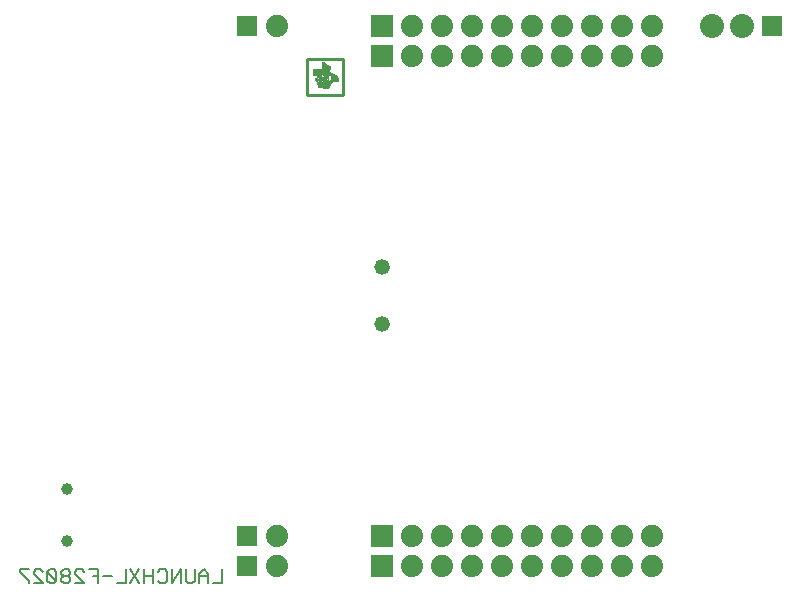
<source format=gbs>
G75*
G70*
%OFA0B0*%
%FSLAX24Y24*%
%IPPOS*%
%LPD*%
%AMOC8*
5,1,8,0,0,1.08239X$1,22.5*
%
%ADD10C,0.0100*%
%ADD11C,0.0050*%
%ADD12C,0.0390*%
%ADD13C,0.0520*%
%ADD14R,0.0700X0.0700*%
%ADD15C,0.0740*%
%ADD16C,0.0800*%
%ADD17R,0.0740X0.0740*%
%ADD18C,0.0010*%
D10*
X021953Y029883D02*
X021953Y031083D01*
X023153Y031083D01*
X023153Y029883D01*
X021953Y029883D01*
D11*
X012683Y013683D02*
X012683Y013608D01*
X012683Y013683D02*
X012383Y013983D01*
X012383Y014058D01*
X012683Y014058D01*
X012844Y013983D02*
X012844Y013908D01*
X013144Y013608D01*
X012844Y013608D01*
X012844Y013983D02*
X012919Y014058D01*
X013069Y014058D01*
X013144Y013983D01*
X013304Y013983D02*
X013604Y013683D01*
X013529Y013608D01*
X013379Y013608D01*
X013304Y013683D01*
X013304Y013983D01*
X013379Y014058D01*
X013529Y014058D01*
X013604Y013983D01*
X013604Y013683D01*
X013764Y013683D02*
X013839Y013608D01*
X013989Y013608D01*
X014064Y013683D01*
X014064Y013758D01*
X013989Y013833D01*
X013839Y013833D01*
X013764Y013758D01*
X013764Y013683D01*
X013839Y013833D02*
X013764Y013908D01*
X013764Y013983D01*
X013839Y014058D01*
X013989Y014058D01*
X014064Y013983D01*
X014064Y013908D01*
X013989Y013833D01*
X014225Y013908D02*
X014225Y013983D01*
X014300Y014058D01*
X014450Y014058D01*
X014525Y013983D01*
X014685Y014058D02*
X014985Y014058D01*
X014985Y013608D01*
X014985Y013833D02*
X014835Y013833D01*
X015145Y013833D02*
X015446Y013833D01*
X015606Y013608D02*
X015906Y013608D01*
X015906Y014058D01*
X016066Y014058D02*
X016366Y013608D01*
X016526Y013608D02*
X016526Y014058D01*
X016366Y014058D02*
X016066Y013608D01*
X016526Y013833D02*
X016827Y013833D01*
X016987Y013683D02*
X017062Y013608D01*
X017212Y013608D01*
X017287Y013683D01*
X017287Y013983D01*
X017212Y014058D01*
X017062Y014058D01*
X016987Y013983D01*
X016827Y014058D02*
X016827Y013608D01*
X017447Y013608D02*
X017447Y014058D01*
X017747Y014058D02*
X017447Y013608D01*
X017747Y013608D02*
X017747Y014058D01*
X017907Y014058D02*
X017907Y013683D01*
X017983Y013608D01*
X018133Y013608D01*
X018208Y013683D01*
X018208Y014058D01*
X018368Y013908D02*
X018368Y013608D01*
X018368Y013833D02*
X018668Y013833D01*
X018668Y013908D02*
X018518Y014058D01*
X018368Y013908D01*
X018668Y013908D02*
X018668Y013608D01*
X018828Y013608D02*
X019128Y013608D01*
X019128Y014058D01*
X014525Y013608D02*
X014225Y013908D01*
X014225Y013608D02*
X014525Y013608D01*
D12*
X013953Y015017D03*
X013953Y016749D03*
D13*
X024453Y022233D03*
X024453Y024133D03*
D14*
X019953Y032183D03*
X037453Y032183D03*
X019953Y015183D03*
X019953Y014183D03*
D15*
X020953Y014183D03*
X020953Y015183D03*
X025453Y015183D03*
X026453Y015183D03*
X027453Y015183D03*
X028453Y015183D03*
X029453Y015183D03*
X030453Y015183D03*
X031453Y015183D03*
X032453Y015183D03*
X033453Y015183D03*
X033453Y014183D03*
X032453Y014183D03*
X031453Y014183D03*
X030453Y014183D03*
X029453Y014183D03*
X028453Y014183D03*
X027453Y014183D03*
X026453Y014183D03*
X025453Y014183D03*
X025453Y031183D03*
X025453Y032183D03*
X026453Y032183D03*
X026453Y031183D03*
X027453Y031183D03*
X027453Y032183D03*
X028453Y032183D03*
X028453Y031183D03*
X029453Y031183D03*
X029453Y032183D03*
X030453Y032183D03*
X030453Y031183D03*
X031453Y031183D03*
X031453Y032183D03*
X032453Y032183D03*
X032453Y031183D03*
X033453Y031183D03*
X033453Y032183D03*
X020953Y032183D03*
D16*
X035453Y032183D03*
X036453Y032183D03*
D17*
X024453Y032183D03*
X024453Y031183D03*
X024453Y015183D03*
X024453Y014183D03*
D18*
X022608Y030107D02*
X022574Y030103D01*
X022551Y030101D01*
X022532Y030102D01*
X022500Y030107D01*
X022497Y030109D01*
X022491Y030119D01*
X022483Y030129D01*
X022472Y030135D01*
X022454Y030144D01*
X022432Y030150D01*
X022392Y030154D01*
X022356Y030152D01*
X022335Y030149D01*
X022320Y030150D01*
X022317Y030157D01*
X022314Y030169D01*
X022311Y030188D01*
X022308Y030209D01*
X022304Y030246D01*
X022303Y030280D01*
X022304Y030320D01*
X022317Y030323D01*
X022347Y030329D01*
X022375Y030336D01*
X022392Y030340D01*
X022405Y030342D01*
X022405Y030272D01*
X022415Y030275D01*
X022500Y030295D01*
X022767Y030295D01*
X022763Y030291D02*
X022747Y030273D01*
X022734Y030254D01*
X022724Y030237D01*
X022715Y030222D01*
X022709Y030209D01*
X022696Y030186D01*
X022686Y030160D01*
X022679Y030145D01*
X022673Y030128D01*
X022669Y030119D01*
X022663Y030115D01*
X022651Y030113D01*
X022631Y030110D01*
X022608Y030107D01*
X022613Y030107D02*
X022499Y030107D01*
X022493Y030116D02*
X022664Y030116D01*
X022671Y030124D02*
X022487Y030124D01*
X022476Y030133D02*
X022675Y030133D01*
X022678Y030141D02*
X022460Y030141D01*
X022434Y030150D02*
X022681Y030150D01*
X022685Y030159D02*
X022316Y030159D01*
X022314Y030167D02*
X022689Y030167D01*
X022692Y030176D02*
X022313Y030176D01*
X022311Y030184D02*
X022695Y030184D01*
X022700Y030193D02*
X022310Y030193D01*
X022309Y030201D02*
X022704Y030201D01*
X022709Y030210D02*
X022308Y030210D01*
X022307Y030218D02*
X022713Y030218D01*
X022718Y030227D02*
X022306Y030227D01*
X022305Y030235D02*
X022723Y030235D01*
X022728Y030244D02*
X022305Y030244D01*
X022304Y030253D02*
X022733Y030253D01*
X022738Y030261D02*
X022304Y030261D01*
X022304Y030270D02*
X022745Y030270D01*
X022751Y030278D02*
X022428Y030278D01*
X022405Y030278D02*
X022303Y030278D01*
X022303Y030287D02*
X022405Y030287D01*
X022405Y030295D02*
X022303Y030295D01*
X022304Y030304D02*
X022405Y030304D01*
X022405Y030312D02*
X022304Y030312D01*
X022307Y030321D02*
X022405Y030321D01*
X022405Y030329D02*
X022348Y030329D01*
X022339Y030365D02*
X022341Y030452D01*
X022340Y030452D01*
X022651Y030520D01*
X022651Y030435D01*
X022339Y030365D01*
X022340Y030372D02*
X022371Y030372D01*
X022340Y030381D02*
X022409Y030381D01*
X022447Y030389D02*
X022340Y030389D01*
X022340Y030398D02*
X022485Y030398D01*
X022500Y030364D02*
X022625Y030391D01*
X022651Y030392D01*
X022654Y030388D01*
X022657Y030382D01*
X022656Y030355D01*
X022500Y030355D01*
X022500Y030346D02*
X022655Y030346D01*
X022654Y030338D02*
X022500Y030338D01*
X022500Y030329D02*
X022805Y030329D01*
X022806Y030330D02*
X022791Y030318D01*
X022776Y030305D01*
X022763Y030291D01*
X022759Y030287D02*
X022465Y030287D01*
X022500Y030295D02*
X022500Y030364D01*
X022656Y030364D01*
X022656Y030372D02*
X022537Y030372D01*
X022523Y030406D02*
X022340Y030406D01*
X022340Y030415D02*
X022561Y030415D01*
X022577Y030381D02*
X022657Y030381D01*
X022653Y030389D02*
X022616Y030389D01*
X022599Y030423D02*
X022340Y030423D01*
X022340Y030432D02*
X022637Y030432D01*
X022651Y030440D02*
X022340Y030440D01*
X022341Y030449D02*
X022651Y030449D01*
X022651Y030458D02*
X022364Y030458D01*
X022345Y030492D02*
X022290Y030492D01*
X022289Y030500D02*
X022387Y030500D01*
X022405Y030504D02*
X022291Y030481D01*
X022289Y030502D01*
X022282Y030519D01*
X022276Y030531D01*
X022141Y030531D01*
X022141Y030747D01*
X022141Y030746D01*
X022250Y030747D01*
X022357Y030746D01*
X022465Y030746D01*
X022464Y030936D01*
X022547Y030936D01*
X022539Y030944D02*
X022555Y030928D01*
X022574Y030909D01*
X022587Y030896D01*
X022596Y030887D01*
X022607Y030877D01*
X022621Y030868D01*
X022645Y030858D01*
X022666Y030849D01*
X022686Y030840D01*
X022699Y030832D01*
X022718Y030817D01*
X022730Y030800D01*
X022734Y030793D01*
X022737Y030776D01*
X022734Y030756D01*
X022728Y030749D01*
X022722Y030742D01*
X022708Y030730D01*
X022686Y030708D01*
X022683Y030702D01*
X022680Y030682D01*
X022682Y030663D01*
X022692Y030649D01*
X022704Y030637D01*
X022141Y030637D01*
X022141Y030646D02*
X022695Y030646D01*
X022688Y030654D02*
X022141Y030654D01*
X022141Y030663D02*
X022682Y030663D01*
X022681Y030671D02*
X022141Y030671D01*
X022141Y030680D02*
X022680Y030680D01*
X022681Y030688D02*
X022141Y030688D01*
X022141Y030697D02*
X022682Y030697D01*
X022685Y030705D02*
X022141Y030705D01*
X022141Y030714D02*
X022692Y030714D01*
X022700Y030722D02*
X022141Y030722D01*
X022141Y030731D02*
X022709Y030731D01*
X022719Y030739D02*
X022141Y030739D01*
X022141Y030628D02*
X022719Y030628D01*
X022704Y030637D02*
X022743Y030615D01*
X022769Y030602D01*
X022791Y030593D01*
X022814Y030584D01*
X022840Y030570D01*
X022864Y030558D01*
X022893Y030539D01*
X022923Y030513D01*
X022942Y030491D01*
X022959Y030468D01*
X022968Y030451D01*
X022974Y030436D01*
X022977Y030420D01*
X022979Y030392D01*
X022977Y030373D01*
X022974Y030359D01*
X022971Y030350D01*
X022967Y030343D01*
X022962Y030342D01*
X022947Y030347D01*
X022947Y030346D02*
X022969Y030346D01*
X022973Y030355D02*
X022911Y030355D01*
X022903Y030356D02*
X022885Y030359D01*
X022871Y030357D01*
X022851Y030353D01*
X022835Y030347D01*
X022835Y030346D02*
X022690Y030346D01*
X022658Y030338D02*
X022819Y030338D01*
X022823Y030341D02*
X022806Y030330D01*
X022795Y030321D02*
X022500Y030321D01*
X022500Y030312D02*
X022784Y030312D01*
X022775Y030304D02*
X022500Y030304D01*
X022405Y030338D02*
X022384Y030338D01*
X022311Y030369D02*
X022314Y030378D01*
X022315Y030395D01*
X022314Y030410D01*
X022307Y030423D01*
X022301Y030429D01*
X022294Y030436D01*
X022285Y030439D01*
X022268Y030440D01*
X022253Y030439D01*
X022253Y030439D01*
X022240Y030433D01*
X022237Y030429D01*
X022234Y030426D01*
X022231Y030420D01*
X022225Y030410D01*
X022224Y030394D01*
X022224Y030375D01*
X022227Y030369D01*
X022234Y030362D01*
X022241Y030356D01*
X022244Y030353D01*
X022250Y030350D01*
X022260Y030346D01*
X022279Y030346D01*
X022291Y030349D01*
X022301Y030356D01*
X022311Y030369D01*
X022312Y030372D02*
X022226Y030372D01*
X022224Y030381D02*
X022314Y030381D01*
X022315Y030389D02*
X022224Y030389D01*
X022224Y030398D02*
X022315Y030398D01*
X022314Y030406D02*
X022225Y030406D01*
X022228Y030415D02*
X022311Y030415D01*
X022307Y030423D02*
X022233Y030423D01*
X022240Y030432D02*
X022298Y030432D01*
X022291Y030483D02*
X022304Y030483D01*
X022286Y030509D02*
X022405Y030509D01*
X022405Y030504D02*
X022405Y030574D01*
X022499Y030595D01*
X022500Y030527D01*
X022512Y030528D01*
X022555Y030538D01*
X022633Y030554D01*
X022650Y030557D01*
X022679Y030557D01*
X022701Y030554D01*
X022717Y030548D01*
X022729Y030538D01*
X022743Y030525D01*
X022753Y030507D01*
X022755Y030497D01*
X022759Y030465D01*
X022755Y030435D01*
X022748Y030403D01*
X022743Y030381D01*
X022737Y030362D01*
X022724Y030355D01*
X022654Y030337D01*
X022656Y030355D01*
X022723Y030355D02*
X022860Y030355D01*
X022835Y030347D02*
X022823Y030341D01*
X022903Y030356D02*
X022924Y030353D01*
X022947Y030347D01*
X022975Y030364D02*
X022738Y030364D01*
X022740Y030372D02*
X022977Y030372D01*
X022978Y030381D02*
X022743Y030381D01*
X022745Y030389D02*
X022979Y030389D01*
X022979Y030398D02*
X022747Y030398D01*
X022749Y030406D02*
X022978Y030406D01*
X022977Y030415D02*
X022751Y030415D01*
X022752Y030423D02*
X022976Y030423D01*
X022975Y030432D02*
X022754Y030432D01*
X022755Y030440D02*
X022972Y030440D01*
X022969Y030449D02*
X022756Y030449D01*
X022758Y030458D02*
X022964Y030458D01*
X022959Y030466D02*
X022758Y030466D01*
X022758Y030475D02*
X022953Y030475D01*
X022947Y030483D02*
X022757Y030483D01*
X022756Y030492D02*
X022941Y030492D01*
X022934Y030500D02*
X022754Y030500D01*
X022752Y030509D02*
X022926Y030509D01*
X022918Y030517D02*
X022747Y030517D01*
X022742Y030526D02*
X022908Y030526D01*
X022898Y030534D02*
X022733Y030534D01*
X022723Y030543D02*
X022886Y030543D01*
X022874Y030552D02*
X022708Y030552D01*
X022651Y030517D02*
X022638Y030517D01*
X022651Y030509D02*
X022599Y030509D01*
X022579Y030543D02*
X022500Y030543D01*
X022500Y030552D02*
X022620Y030552D01*
X022651Y030500D02*
X022560Y030500D01*
X022540Y030534D02*
X022500Y030534D01*
X022500Y030560D02*
X022860Y030560D01*
X022843Y030569D02*
X022500Y030569D01*
X022500Y030577D02*
X022827Y030577D01*
X022810Y030586D02*
X022499Y030586D01*
X022499Y030594D02*
X022788Y030594D01*
X022768Y030603D02*
X022141Y030603D01*
X022141Y030611D02*
X022751Y030611D01*
X022735Y030620D02*
X022141Y030620D01*
X022141Y030594D02*
X022497Y030594D01*
X022458Y030586D02*
X022141Y030586D01*
X022141Y030577D02*
X022420Y030577D01*
X022405Y030569D02*
X022141Y030569D01*
X022141Y030560D02*
X022405Y030560D01*
X022405Y030552D02*
X022141Y030552D01*
X022141Y030543D02*
X022405Y030543D01*
X022405Y030534D02*
X022141Y030534D01*
X022278Y030526D02*
X022405Y030526D01*
X022405Y030517D02*
X022283Y030517D01*
X022403Y030466D02*
X022651Y030466D01*
X022651Y030475D02*
X022442Y030475D01*
X022481Y030483D02*
X022651Y030483D01*
X022651Y030492D02*
X022521Y030492D01*
X022307Y030364D02*
X022233Y030364D01*
X022242Y030355D02*
X022299Y030355D01*
X022281Y030346D02*
X022259Y030346D01*
X022324Y030150D02*
X022344Y030150D01*
X022465Y030748D02*
X022727Y030748D01*
X022734Y030757D02*
X022465Y030757D01*
X022465Y030765D02*
X022736Y030765D01*
X022737Y030774D02*
X022465Y030774D01*
X022465Y030782D02*
X022736Y030782D01*
X022735Y030791D02*
X022465Y030791D01*
X022465Y030799D02*
X022731Y030799D01*
X022725Y030808D02*
X022465Y030808D01*
X022465Y030816D02*
X022718Y030816D01*
X022708Y030825D02*
X022464Y030825D01*
X022464Y030833D02*
X022697Y030833D01*
X022681Y030842D02*
X022464Y030842D01*
X022464Y030851D02*
X022662Y030851D01*
X022643Y030859D02*
X022464Y030859D01*
X022464Y030868D02*
X022622Y030868D01*
X022608Y030876D02*
X022464Y030876D01*
X022464Y030885D02*
X022598Y030885D01*
X022590Y030893D02*
X022464Y030893D01*
X022464Y030902D02*
X022581Y030902D01*
X022573Y030910D02*
X022464Y030910D01*
X022464Y030919D02*
X022564Y030919D01*
X022556Y030927D02*
X022464Y030927D01*
X022464Y030936D02*
X022464Y030973D01*
X022482Y030973D01*
X022500Y030967D01*
X022523Y030957D01*
X022539Y030944D01*
X022539Y030945D02*
X022464Y030945D01*
X022464Y030953D02*
X022528Y030953D01*
X022512Y030962D02*
X022464Y030962D01*
X022464Y030970D02*
X022490Y030970D01*
M02*

</source>
